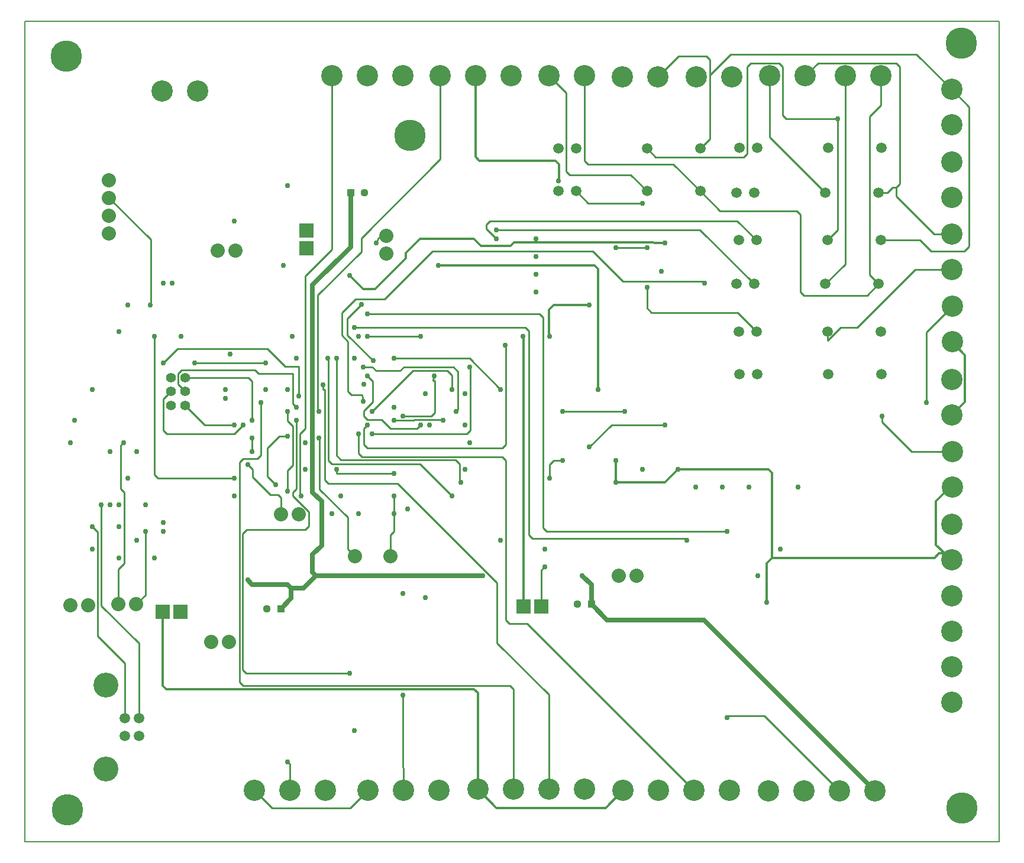
<source format=gbr>
G04 PROTEUS GERBER X2 FILE*
%TF.GenerationSoftware,Labcenter,Proteus,8.9-SP0-Build27865*%
%TF.CreationDate,2020-09-22T21:26:54+00:00*%
%TF.FileFunction,Copper,L4,Bot*%
%TF.FilePolarity,Positive*%
%TF.Part,Single*%
%TF.SameCoordinates,{f185f003-b8c0-4bff-ac61-c446508f75ad}*%
%FSLAX45Y45*%
%MOMM*%
G01*
%TA.AperFunction,Conductor*%
%ADD11C,0.254000*%
%ADD10C,0.304800*%
%ADD12C,0.635000*%
%TA.AperFunction,ViaPad*%
%ADD13C,0.762000*%
%TA.AperFunction,WasherPad*%
%ADD19C,1.397000*%
%TA.AperFunction,ComponentPad*%
%ADD70C,2.032000*%
%TA.AperFunction,ComponentPad*%
%ADD22C,3.048000*%
%TA.AperFunction,WasherPad*%
%ADD26R,1.120000X1.120000*%
%TA.AperFunction,ComponentPad*%
%ADD27C,1.120000*%
%ADD29R,2.032000X2.032000*%
%TA.AperFunction,ComponentPad*%
%ADD31C,1.500000*%
%TA.AperFunction,ComponentPad*%
%ADD34C,3.570000*%
%TA.AperFunction,OtherPad,Unknown*%
%ADD36C,4.500000*%
%TA.AperFunction,Profile*%
%ADD37C,0.203200*%
%TA.AperFunction,NonConductor*%
%ADD38C,0.203200*%
%TD.AperFunction*%
D11*
X-2286000Y+3873500D02*
X-1397000Y+3873500D01*
X-825500Y+3683000D02*
X-1587500Y+3683000D01*
X-1905000Y+3365500D01*
X-2476500Y+2921000D02*
X-2476500Y+3111500D01*
X-2413000Y+3175000D01*
X-2286000Y+3175000D01*
X-1079500Y+5651500D02*
X-1079500Y+5351808D01*
X-1016000Y+5288308D01*
X+219692Y+5288308D01*
X+488000Y+5020000D01*
X-1143000Y+6858000D02*
X-1920000Y+6858000D01*
X-2092000Y+7030000D01*
X-1079500Y+6223000D02*
X-1524000Y+6223000D01*
X-3238500Y+6350000D02*
X-3378200Y+6489700D01*
X-3378200Y+6553200D01*
X-3327400Y+6604000D01*
X+214000Y+6604000D01*
X+488000Y+6330000D01*
X-3238500Y+6477000D02*
X-319000Y+6477000D01*
X+458000Y+5700000D01*
X-2540000Y+1651000D02*
X-2590000Y+1601000D01*
X-2590000Y+1080000D01*
X-8255000Y+2159000D02*
X-8255000Y+1245000D01*
X-8390000Y+1110000D01*
X-8572500Y+3429000D02*
X-8610600Y+3390900D01*
X-8610600Y+2768600D01*
X-8559800Y+2717800D01*
X-8559800Y+1701800D01*
X-8644000Y+1617600D01*
X-8644000Y+1110000D01*
X-5070000Y-1550000D02*
X-5323400Y-1803400D01*
X-6446600Y-1803400D01*
X-6700000Y-1550000D01*
D10*
X-3532000Y+8680000D02*
X-3532000Y+7519800D01*
X-3479800Y+7467600D01*
X-2387600Y+7467600D01*
X-2336800Y+7416800D01*
X-2336800Y+7188200D01*
X-2349500Y+7175500D01*
X-2844000Y+1080000D02*
X-2844000Y+4939500D01*
X-2857500Y+4953000D01*
X-1905000Y+5397500D02*
X-2417449Y+5397500D01*
X-2480949Y+5334000D01*
X-2480949Y+4957449D01*
X-2476500Y+4953000D01*
X-3500000Y-1540000D02*
X-3500000Y-157600D01*
X-3556000Y-101600D01*
X-7959200Y-101600D01*
X-8010000Y-50800D01*
X-8010000Y+1000000D01*
X-635000Y+3048000D02*
X+660400Y+3048000D01*
X+711200Y+2997200D01*
X+711200Y+1778000D01*
X-635000Y+3048000D02*
X-825500Y+2857500D01*
X-1524000Y+2857500D01*
X-4064000Y+5969000D02*
X-1828800Y+5969000D01*
X-1778000Y+5918200D01*
X-1778000Y+4191000D01*
X-1420000Y-1550000D02*
X-1673400Y-1803400D01*
X-3236600Y-1803400D01*
X-3500000Y-1540000D01*
X-1524000Y+3175000D02*
X-1524000Y+2857500D01*
X+711200Y+1778000D02*
X+635000Y+1701800D01*
X+635000Y+1143000D01*
D11*
X+63500Y-508000D02*
X+89194Y-482306D01*
X+598306Y-482306D01*
X+1676000Y-1560000D01*
X-6731000Y+3746500D02*
X-6731000Y+4309200D01*
X-6781800Y+4360000D01*
X-7690000Y+4360000D01*
X-5207000Y+3556000D02*
X-5207000Y+3276600D01*
X-5156200Y+3225800D01*
X-3149600Y+3225800D01*
X-3098800Y+3175000D01*
X-3098800Y+889000D01*
X-3048000Y+838200D01*
X-2792200Y+838200D01*
X-404000Y-1550000D01*
X-5715000Y+4254500D02*
X-5715000Y+4191000D01*
X-5689600Y+4191000D01*
X-5689600Y+2895600D01*
X-5638800Y+2844800D01*
X-4648200Y+2844800D01*
X-3224416Y+1421016D01*
X-3224416Y+558800D01*
X-2484000Y-181616D01*
X-2484000Y-1540000D01*
X-5270500Y+5080000D02*
X-2819400Y+5080000D01*
X-2768600Y+5029200D01*
X-2768600Y+2108200D01*
X-2717800Y+2057400D01*
X-501351Y+2057400D01*
X-501351Y+2032000D01*
X-508000Y+2032000D01*
X-6604000Y+4000500D02*
X-6604000Y+3251200D01*
X-6654800Y+3200400D01*
X-6858000Y+3200400D01*
X-6908800Y+3149600D01*
X-6908800Y+0D01*
X-6858000Y-50800D01*
X-3042800Y-50800D01*
X-2992000Y-101600D01*
X-2992000Y-1540000D01*
X+63500Y+2159000D02*
X-2514600Y+2159000D01*
X-2565400Y+2209800D01*
X-2565400Y+5219700D01*
X-2616200Y+5270500D01*
X-5080000Y+5270500D01*
X-5651500Y+4635500D02*
X-5638800Y+4622800D01*
X-5638800Y+3175000D01*
X-5588000Y+3124200D01*
X-4330700Y+3124200D01*
X-3873500Y+2667000D01*
X-6731000Y+3302000D02*
X-6731000Y+3492500D01*
X-6985000Y+3683000D02*
X-7413000Y+3683000D01*
X-7690000Y+3960000D01*
X-6858000Y+3683000D02*
X-6985000Y+3556000D01*
X-7950200Y+3556000D01*
X-8001000Y+3606800D01*
X-8001000Y+4049000D01*
X-7890000Y+4160000D01*
X-5334000Y+127000D02*
X-6813550Y+127000D01*
X-6864350Y+177800D01*
X-6864350Y+2125314D01*
X-6807200Y+2182464D01*
X-5970936Y+2182464D01*
X-5918200Y+2235200D01*
X-5918200Y+2438400D01*
X-6146800Y+2667000D01*
X-6146800Y+2717800D01*
X-6096000Y+2768600D01*
X-6096000Y+3746500D01*
X-4572000Y-190500D02*
X-4572000Y-1219200D01*
X-4562000Y-1229200D01*
X-4562000Y-1550000D01*
X-6223000Y-1143000D02*
X-6192000Y-1174000D01*
X-6192000Y-1550000D01*
X-5080000Y+4953000D02*
X-5079999Y+4952999D01*
X-4318001Y+4952999D01*
X-4318000Y+4953000D01*
X-4318000Y+3683000D02*
X-4368800Y+3632200D01*
X-4749800Y+3632200D01*
X-4876800Y+3759200D01*
X-5080000Y+3759200D01*
X-5130800Y+3810000D01*
X-5130800Y+3886200D01*
X-5003800Y+4013200D01*
X-5003800Y+4305300D01*
X-5080000Y+4381500D01*
X-4699000Y+4635500D02*
X-3619500Y+4635500D01*
X-3175000Y+4191000D01*
X-7556500Y+4572000D02*
X-6540500Y+4572000D01*
X+1474000Y+7010000D02*
X+680000Y+7804000D01*
X+680000Y+8680000D01*
X+2489200Y+7086600D02*
X+2540000Y+7137400D01*
X+2540000Y+8813800D01*
X+2489200Y+8864600D01*
X+1372600Y+8864600D01*
X+1188000Y+8680000D01*
X+2236000Y+7010000D02*
X+2361800Y+7010000D01*
X+2438400Y+7086600D01*
X+2489200Y+7086600D01*
X-1076000Y+7640000D02*
X-954400Y+7518400D01*
X+304800Y+7518400D01*
X+355600Y+7569200D01*
X+355600Y+8813800D01*
X+406400Y+8864600D01*
X+812800Y+8864600D01*
X+863600Y+8813800D01*
X+863600Y+8115300D01*
X+914400Y+8064500D01*
X+1651000Y+8064500D01*
X+1651000Y+6477000D01*
X+1504000Y+6330000D01*
X-177800Y+8915400D02*
X-228600Y+8966200D01*
X-625800Y+8966200D01*
X-922000Y+8670000D01*
X-1076000Y+7030000D02*
X-1310400Y+7264400D01*
X-2184400Y+7264400D01*
X-2235200Y+7315200D01*
X-2235200Y+8435200D01*
X-2480000Y+8680000D01*
X+1474000Y+5700000D02*
X+1760000Y+5986000D01*
X+1760000Y+8680000D01*
X+2236000Y+5700000D02*
X+2073200Y+5537200D01*
X+1170814Y+5537200D01*
X+1120014Y+5588000D01*
X+1120014Y+6695120D01*
X+1066800Y+6748334D01*
X-32334Y+6748334D01*
X-314000Y+7030000D01*
X-700800Y+7416800D01*
X-1921200Y+7416800D01*
X-1972000Y+7467600D01*
X-1972000Y+8680000D01*
X+2236000Y+5700000D02*
X+2108200Y+5827800D01*
X+2108200Y+8102600D01*
X+2268000Y+8262400D01*
X+2268000Y+8680000D01*
X-8128000Y+4953000D02*
X-8128000Y+2971800D01*
X-8077200Y+2921000D01*
X-6985000Y+2921000D01*
X-5016500Y+3556000D02*
X-3657600Y+3556000D01*
X-3606800Y+3606800D01*
X-3606800Y+4495800D01*
X-3619500Y+4508500D01*
X-5080000Y+3683000D02*
X-5130800Y+3632200D01*
X-5130800Y+3403600D01*
X-5080000Y+3352800D01*
X-3149600Y+3352800D01*
X-3098800Y+3403600D01*
X-3098800Y+4813300D01*
X-3111500Y+4826000D01*
X-4699000Y+3746500D02*
X-4696460Y+3743960D01*
X-4419600Y+3743960D01*
X-4404360Y+3759200D01*
X-4013200Y+3759200D01*
X-4000500Y+3746500D01*
X-4572000Y+3810000D02*
X-4165600Y+3810000D01*
X-4114800Y+3860800D01*
X-4114800Y+4318000D01*
X-4140200Y+4318000D01*
X-4140200Y+4343400D01*
X-4127500Y+4356100D01*
X-4127500Y+4381500D01*
X-5016500Y+3873500D02*
X-4432300Y+4457700D01*
X-3937000Y+4457700D01*
X-3873500Y+4394200D01*
X-3873500Y+4191000D01*
X-8191500Y+5397500D02*
X-8184431Y+5404569D01*
X-8184431Y+6338431D01*
X-8780000Y+6934000D01*
X-8890000Y+2540000D02*
X-8890000Y+1092200D01*
X-8349000Y+551200D01*
X-8349000Y-520000D01*
X-9017000Y+2222500D02*
X-8940800Y+2146300D01*
X-8940800Y+660400D01*
X-8549000Y+268600D01*
X-8549000Y-520000D01*
D12*
X-1874000Y+1110000D02*
X-1653000Y+889000D01*
X-265000Y+889000D01*
X+2184000Y-1560000D01*
X-1874000Y+1110000D02*
X-1874000Y+1391400D01*
X-2006600Y+1524000D01*
X-6172200Y+1346200D02*
X-6172200Y+1197800D01*
X-6320000Y+1050000D01*
X-5816600Y+1524000D02*
X-5994400Y+1346200D01*
X-6172200Y+1346200D01*
X-6324600Y+1397000D02*
X-6223000Y+1397000D01*
X-6172200Y+1346200D01*
X-6794500Y+1460500D02*
X-6731000Y+1397000D01*
X-6324600Y+1397000D01*
X-3429000Y+1524000D02*
X-5816600Y+1524000D01*
D11*
X-4699000Y+2413000D02*
X-4699000Y+2159000D01*
X-4752000Y+2106000D01*
X-4752000Y+1800000D01*
X-4699000Y+2984500D02*
X-5525833Y+2984500D01*
X-5525833Y+3009900D01*
X-5524500Y+3011233D01*
X-5524500Y+3048000D01*
X-4699000Y+2413000D02*
X-4699000Y+2667000D01*
D10*
X-825500Y+6286500D02*
X-978523Y+6286500D01*
X-988842Y+6296819D01*
X-2984331Y+6296819D01*
X-3033689Y+6247461D01*
X-3455617Y+6247461D01*
X-3556879Y+6348723D01*
X-4327278Y+6348723D01*
X-4533312Y+6142689D01*
X-4533312Y+6063666D01*
X-4967933Y+5629045D01*
X-5046955Y+5629045D01*
X-5142911Y+5629045D01*
X-5334822Y+5820956D01*
D11*
X-4953000Y+6286500D02*
X-4920000Y+6360000D01*
X-4860000Y+6380000D01*
X-4810000Y+6390000D01*
D10*
X+3280000Y+1750000D02*
X+3190000Y+1840000D01*
X+3310000Y+1840000D02*
X+3190000Y+1840000D01*
X+3098800Y+1840000D02*
X+3036800Y+1778000D01*
X+711200Y+1778000D01*
D11*
X+2286000Y+3810000D02*
X+2286000Y+3720000D01*
X+2708000Y+3298000D01*
X+3290000Y+3298000D01*
D10*
X+3190000Y+1840000D02*
X+3180000Y+1840000D01*
X+3058800Y+1961200D01*
X+3058800Y+2588800D01*
X+3260000Y+2790000D01*
X+3290000Y+2790000D01*
X+3180000Y+1840000D02*
X+3098800Y+1840000D01*
D11*
X+2921000Y+4000500D02*
X+2921000Y+5009000D01*
X+3290000Y+5378000D01*
D10*
X+3280000Y+3820000D02*
X+3469800Y+4009800D01*
X+3469800Y+4680200D01*
X+3280000Y+4870000D01*
X+3290000Y+4870000D01*
D11*
X+1504000Y+5020000D02*
X+1504000Y+4890000D01*
X+1692217Y+5078217D01*
X+1930400Y+5078217D01*
X+2762183Y+5910000D01*
X+3280000Y+5910000D01*
X+2489200Y+7086600D02*
X+2489200Y+6956600D01*
X+3027800Y+6418000D01*
X+3280000Y+6418000D01*
X+3280000Y+8488000D02*
X+2778000Y+8990000D01*
X+116800Y+8990000D01*
X-177800Y+8695400D01*
X-177800Y+8915400D01*
X-177800Y+8695400D02*
X-177800Y+7776200D01*
X-314000Y+7640000D01*
X+3280000Y+8488000D02*
X+3530600Y+8237400D01*
X+3530600Y+6380800D01*
X+3525435Y+6375635D01*
X+3525435Y+6235435D01*
X+3460000Y+6170000D01*
X+2990000Y+6170000D01*
X+2830000Y+6330000D01*
X+2266000Y+6330000D01*
X-5524500Y+4635500D02*
X-5524500Y+3245145D01*
X-5461000Y+3181645D01*
X-3816645Y+3181645D01*
X-3759200Y+3124200D01*
X-3759200Y+2870200D01*
X-3746500Y+2857500D01*
X-6223000Y+3873500D02*
X-6223000Y+3738906D01*
X-6147233Y+3663139D01*
X-6147233Y+3105767D01*
X-6223000Y+3030000D01*
X-6223000Y+2730500D01*
X-6794500Y+3111500D02*
X-6726500Y+3043500D01*
X-6726500Y+2933234D01*
X-6471766Y+2678500D01*
X-6361500Y+2678500D01*
X-6320000Y+2637000D01*
X-6320000Y+2400000D01*
X-254000Y+5715000D02*
X-279400Y+5740400D01*
X-1422400Y+5740400D01*
X-1854200Y+6172200D01*
X-4147800Y+6172200D01*
X-4836423Y+5483577D01*
X-5250745Y+5483577D01*
X-5448300Y+5286022D01*
X-5448300Y+4965700D01*
X-5359400Y+4876800D01*
X-5359400Y+4165600D01*
X-5308600Y+4114800D01*
X-5156200Y+4114800D01*
X-5143500Y+4020000D01*
X-4997991Y+4601754D02*
X-5366107Y+4969870D01*
X-5366107Y+5207100D01*
X-5169778Y+5403429D01*
X-5165689Y+5403429D01*
X-5143500Y+4508500D02*
X-5011082Y+4508500D01*
X-4957090Y+4454508D01*
X-4613992Y+4454508D01*
X-4560000Y+4508500D01*
X-3848100Y+4508500D01*
X-3784600Y+4445000D01*
X-3784600Y+3898900D01*
X-3810000Y+3873500D01*
X-5260000Y+1800000D02*
X-5365000Y+1905000D01*
X-5365000Y+2359200D01*
X-5765800Y+2760000D01*
X-5765800Y+3479800D01*
X-5778500Y+3479800D01*
X-5778500Y+3492500D01*
X-8001000Y+4572000D02*
X-7797800Y+4775200D01*
X-6510000Y+4775200D01*
X-6254800Y+4520000D01*
X-6060000Y+4520000D01*
X-6060000Y+4090000D01*
X-6096000Y+3937000D02*
X-6146800Y+3987800D01*
X-6146800Y+4419600D01*
X-6639200Y+4419600D01*
X-6690000Y+4470400D01*
X-7739200Y+4470400D01*
X-7790000Y+4419600D01*
X-7790000Y+4260000D01*
X-7690000Y+4160000D01*
X-6032500Y+2667000D02*
X-6045200Y+2679700D01*
X-6045200Y+3556000D01*
X-5970000Y+3631200D01*
X-5970000Y+5815600D01*
X-5590000Y+6195600D01*
X-5590000Y+8680000D01*
D12*
X-5320000Y+7010000D02*
X-5320000Y+6230000D01*
X-5867400Y+5682600D01*
X-5867400Y+2717393D01*
X-5736021Y+2586014D01*
X-5736021Y+1954664D01*
X-5867400Y+1823285D01*
X-5867400Y+1574800D01*
X-5816600Y+1524000D01*
D11*
X-4040000Y+8680000D02*
X-4040000Y+7486812D01*
X-5170000Y+6356812D01*
X-5170000Y+6158400D01*
X-5790000Y+5538400D01*
X-5790000Y+3880566D01*
X-5785566Y+3880566D01*
X-5778500Y+3873500D01*
X-6221197Y+3517018D02*
X-6343866Y+3517018D01*
X-6513440Y+3347444D01*
X-6513440Y+2943440D01*
X-6390000Y+2820000D01*
D13*
X-8001000Y+2286000D03*
X-8636000Y+2222500D03*
X-5207000Y+4953000D03*
X-7112000Y+4064000D03*
X-6540500Y+4191000D03*
X-5969000Y+3429000D03*
X-4508500Y+2476500D03*
X-8001000Y+2159000D03*
X+508000Y+1524000D03*
X-6286500Y+5969000D03*
X-8509000Y+5397500D03*
X+825500Y+1905000D03*
X-5207000Y+2413000D03*
X-6985000Y+2667000D03*
X-4254500Y+4127500D03*
X-8636000Y+1778000D03*
X-5588000Y+2413000D03*
X-9017000Y+1905000D03*
X-7048500Y+4699000D03*
X-7874000Y+5715000D03*
X-8255000Y+2540000D03*
X-6223000Y+7112000D03*
X-8509000Y+2921000D03*
X-6159500Y+4953000D03*
X-9334500Y+3429000D03*
X-1143000Y+3048000D03*
X-8763000Y+2540000D03*
X-2540000Y+1905000D03*
X-3175000Y+2032000D03*
X-7112000Y+4191000D03*
X-8382000Y+2032000D03*
X-3683000Y+3683000D03*
X+381000Y+2794000D03*
X-4572000Y+1270000D03*
X-5270500Y+4635500D03*
X-381000Y+2794000D03*
X-8636000Y+5016500D03*
X-6985000Y+6604000D03*
X-8128000Y+1778000D03*
X-8382000Y+3302000D03*
X+0Y+2794000D03*
X+1079500Y+2794000D03*
X-3683000Y+4127500D03*
X-5270500Y-698500D03*
X-4191000Y+3683000D03*
X-2667000Y+5842000D03*
X-2667000Y+6096000D03*
X-2667000Y+6350000D03*
X-2667000Y+5588000D03*
X-3683000Y+3048000D03*
X-6096000Y+4635500D03*
X-8763000Y+3302000D03*
X-8001000Y+5715000D03*
X-4254500Y+1206500D03*
X-7747000Y+4953000D03*
X-9271000Y+3746500D03*
X-6223000Y+4191000D03*
X-9017000Y+4191000D03*
X-3619500Y+3429000D03*
X-4699000Y+3937000D03*
X-8636000Y+2540000D03*
X-5969000Y+3048000D03*
X-5461000Y+2667000D03*
X-4953000Y+6286500D03*
X-1397000Y+3873500D03*
X-2286000Y+3873500D03*
X-1905000Y+3365500D03*
X-825500Y+3683000D03*
X-2286000Y+3175000D03*
X-2476500Y+2921000D03*
X-1079500Y+5651500D03*
X-1143000Y+6858000D03*
X-1524000Y+6223000D03*
X-1079500Y+6223000D03*
X-3238500Y+6350000D03*
X-3238500Y+6477000D03*
X-2540000Y+1651000D03*
X-8255000Y+2159000D03*
X-8572500Y+3429000D03*
X-2349500Y+7175500D03*
X-2857500Y+4953000D03*
X-2476500Y+4953000D03*
X-1905000Y+5397500D03*
X-1778000Y+4191000D03*
X-1524000Y+2857500D03*
X+635000Y+1143000D03*
X-4064000Y+5969000D03*
X-1524000Y+3175000D03*
X-635000Y+3048000D03*
X+63500Y-508000D03*
X-6731000Y+3746500D03*
X-5207000Y+3556000D03*
X-5715000Y+4254500D03*
X-508000Y+2032000D03*
X-5270500Y+5080000D03*
X-6604000Y+4000500D03*
X-5080000Y+5270500D03*
X+63500Y+2159000D03*
X-3873500Y+2667000D03*
X-5651500Y+4635500D03*
X-6731000Y+3492500D03*
X-6731000Y+3302000D03*
X-6985000Y+3683000D03*
X-6858000Y+3683000D03*
X+2286000Y+3810000D03*
X+2921000Y+4000500D03*
X-6096000Y+3746500D03*
X-5334000Y+127000D03*
X-4572000Y-190500D03*
X-6223000Y-1143000D03*
X-4318000Y+4953000D03*
X-5080000Y+4953000D03*
X-5080000Y+4381500D03*
X-4318000Y+3683000D03*
X-3175000Y+4191000D03*
X-4699000Y+4635500D03*
X-6540500Y+4572000D03*
X-7556500Y+4572000D03*
X-6985000Y+2921000D03*
X-8128000Y+4953000D03*
X-3619500Y+4508500D03*
X-5016500Y+3556000D03*
X-3111500Y+4826000D03*
X-5080000Y+3683000D03*
X-4000500Y+3746500D03*
X-4699000Y+3746500D03*
X-4127500Y+4381500D03*
X-4572000Y+3810000D03*
X-3873500Y+4191000D03*
X-5016500Y+3873500D03*
X-8191500Y+5397500D03*
X-8890000Y+2540000D03*
X-9017000Y+2222500D03*
X-2006600Y+1524000D03*
X-3429000Y+1524000D03*
X-6794500Y+1460500D03*
X-5524500Y+3048000D03*
X-4699000Y+2984500D03*
X-4699000Y+2667000D03*
X-4699000Y+2413000D03*
X-825500Y+6286500D03*
X-5334822Y+5820956D03*
X-870000Y+5880000D03*
X+1651000Y+8064500D03*
X-5524500Y+4635500D03*
X-3746500Y+2857500D03*
X-6223000Y+3873500D03*
X-6223000Y+2730500D03*
X-6794500Y+3111500D03*
X-5133588Y+4261161D03*
X-254000Y+5715000D03*
X-5143500Y+4020000D03*
X-4997991Y+4601754D03*
X-5165689Y+5403429D03*
X-5143500Y+4508500D03*
X-3810000Y+3873500D03*
X-5778500Y+3492500D03*
X-8001000Y+4572000D03*
X-6060000Y+4090000D03*
X-6096000Y+3937000D03*
X-6032500Y+2667000D03*
X-5778500Y+3873500D03*
X-6221197Y+3517018D03*
X-6390000Y+2820000D03*
D19*
X-7690000Y+3960000D03*
X-7890000Y+3960000D03*
X-7690000Y+4160000D03*
X-7890000Y+4160000D03*
X-7690000Y+4360000D03*
X-7890000Y+4360000D03*
D70*
X-8780000Y+7188000D03*
X-8780000Y+6934000D03*
X-8780000Y+6680000D03*
X-8780000Y+6426000D03*
X-5260000Y+1800000D03*
X-4752000Y+1800000D03*
X-6970000Y+6180000D03*
X-7224000Y+6180000D03*
X-6320000Y+2400000D03*
X-6066000Y+2400000D03*
D22*
X-8019423Y+8463085D03*
X-7511423Y+8463085D03*
D26*
X-5320000Y+7010000D03*
D27*
X-5120000Y+7010000D03*
D29*
X-5950000Y+6210000D03*
X-5950000Y+6464000D03*
D70*
X-4810000Y+6390000D03*
X-4810000Y+6136000D03*
D29*
X-8010000Y+1000000D03*
X-7756000Y+1000000D03*
D70*
X-7060000Y+570000D03*
X-7314000Y+570000D03*
D26*
X-6320000Y+1050000D03*
D27*
X-6520000Y+1050000D03*
D29*
X-2844000Y+1080000D03*
X-2590000Y+1080000D03*
D70*
X-1484000Y+1520000D03*
X-1230000Y+1520000D03*
D26*
X-1874000Y+1110000D03*
D27*
X-2074000Y+1110000D03*
D22*
X+3280000Y+1750000D03*
X+3280000Y+2258000D03*
X+3290000Y+2790000D03*
X+3290000Y+3298000D03*
X+3280000Y+3820000D03*
X+3280000Y+4328000D03*
X+3290000Y+4870000D03*
X+3290000Y+5378000D03*
D31*
X+2236000Y+7010000D03*
X+1474000Y+7010000D03*
X+458000Y+7010000D03*
X+204000Y+7010000D03*
X+2276000Y+7650000D03*
X+1514000Y+7650000D03*
X+498000Y+7650000D03*
X+244000Y+7650000D03*
X+2266000Y+6330000D03*
X+1504000Y+6330000D03*
X+488000Y+6330000D03*
X+234000Y+6330000D03*
X+2236000Y+5700000D03*
X+1474000Y+5700000D03*
X+458000Y+5700000D03*
X+204000Y+5700000D03*
X+2266000Y+5020000D03*
X+1504000Y+5020000D03*
X+488000Y+5020000D03*
X+234000Y+5020000D03*
X+2276000Y+4410000D03*
X+1514000Y+4410000D03*
X+498000Y+4410000D03*
X+244000Y+4410000D03*
X-314000Y+7640000D03*
X-1076000Y+7640000D03*
X-2092000Y+7640000D03*
X-2346000Y+7640000D03*
X-314000Y+7030000D03*
X-1076000Y+7030000D03*
X-2092000Y+7030000D03*
X-2346000Y+7030000D03*
D22*
X+3280000Y+5910000D03*
X+3280000Y+6418000D03*
X+3280000Y+6940000D03*
X+3280000Y+7448000D03*
X+3280000Y+7980000D03*
X+3280000Y+8488000D03*
X+1760000Y+8680000D03*
X+2268000Y+8680000D03*
X+680000Y+8680000D03*
X+1188000Y+8680000D03*
X-370000Y+8670000D03*
X+138000Y+8670000D03*
X-1430000Y+8670000D03*
X-922000Y+8670000D03*
X-2480000Y+8680000D03*
X-1972000Y+8680000D03*
X+3280000Y+1230000D03*
X+3280000Y+722000D03*
X+3280000Y+214000D03*
X+3280000Y-294000D03*
X-4040000Y+8680000D03*
X-3532000Y+8680000D03*
X-3024000Y+8680000D03*
X-5590000Y+8680000D03*
X-5082000Y+8680000D03*
X-4574000Y+8680000D03*
X+660000Y-1560000D03*
X+1168000Y-1560000D03*
X+1676000Y-1560000D03*
X+2184000Y-1560000D03*
X-1420000Y-1550000D03*
X-912000Y-1550000D03*
X-404000Y-1550000D03*
X+104000Y-1550000D03*
X-3500000Y-1540000D03*
X-2992000Y-1540000D03*
X-2484000Y-1540000D03*
X-1976000Y-1540000D03*
X-5070000Y-1550000D03*
X-4562000Y-1550000D03*
X-4054000Y-1550000D03*
X-6700000Y-1550000D03*
X-6192000Y-1550000D03*
X-5684000Y-1550000D03*
D70*
X-9330000Y+1100000D03*
X-9076000Y+1100000D03*
X-8644000Y+1110000D03*
X-8390000Y+1110000D03*
D31*
X-8349000Y-770000D03*
X-8349000Y-520000D03*
X-8549000Y-520000D03*
X-8549000Y-770000D03*
D34*
X-8820000Y-1247000D03*
X-8820000Y-43000D03*
D36*
X-9390000Y+8960000D03*
X-9370000Y-1830000D03*
X+3430000Y-1810000D03*
X-4470000Y+7830000D03*
X+3420000Y+9150000D03*
D37*
X-9980000Y-2290000D02*
X+3960000Y-2290000D01*
X+3960000Y+9460000D01*
X-9980000Y+9460000D01*
X-9980000Y-2290000D01*
D38*
X+3960000Y-2290000D01*
X+3960000Y+9460000D01*
X-9980000Y+9460000D01*
X-9980000Y-2290000D01*
M02*

</source>
